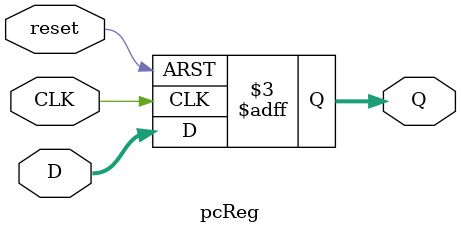
<source format=v>
module pcReg(reset, CLK, D, Q);
    input reset;
    input CLK;
    parameter N=32;
    input [N-1:0] D;
    output [N-1:0] Q;
    reg [N-1:0] Q;

    always @(posedge CLK, posedge reset ) 
        if (reset)
            Q<=0;
        else if (CLK == 1)
            Q<=D;
endmodule

</source>
